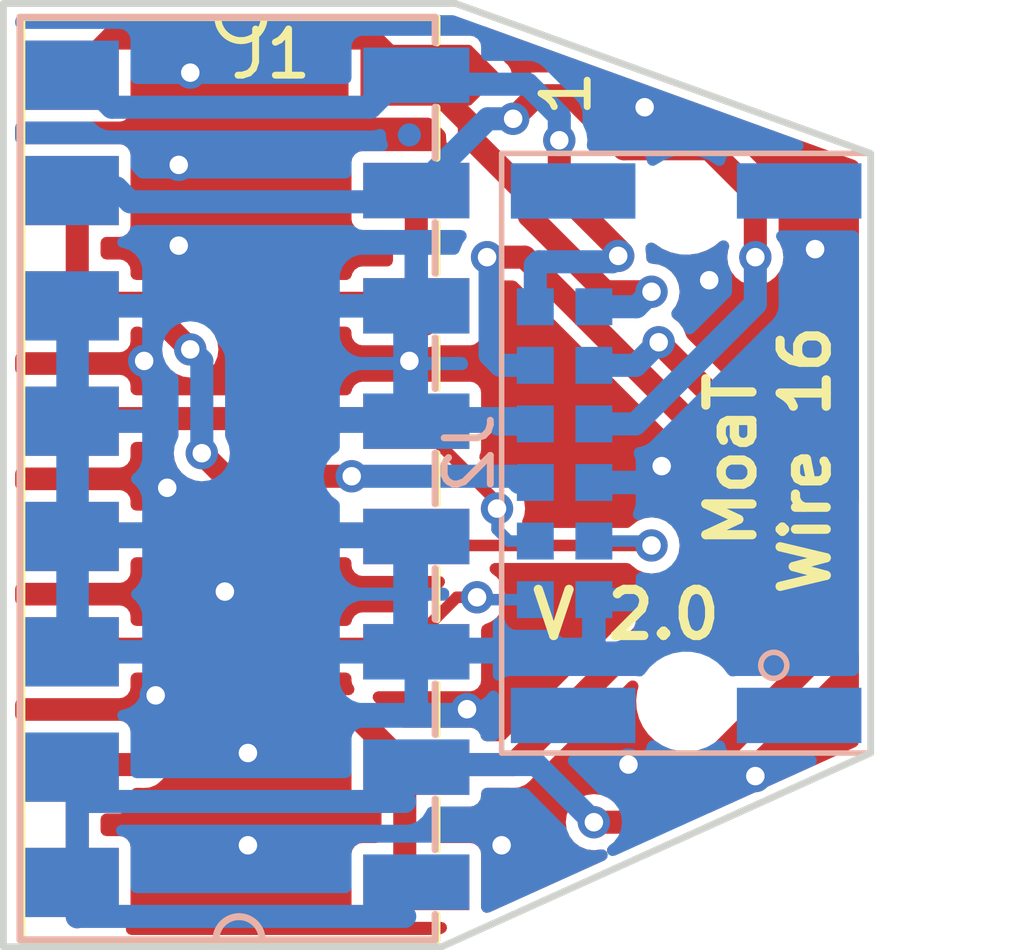
<source format=kicad_pcb>
(kicad_pcb (version 20211014) (generator pcbnew)
  (layers (0 "F.Cu" signal) (31 "B.Cu" signal) (34 "B.Paste" user) (35 "F.Paste" user) (36 "B.SilkS" user "B.Silkscreen") (37 "F.SilkS" user "F.Silkscreen") (38 "B.Mask" user) (39 "F.Mask" user) (44 "Edge.Cuts" user))
  (net 0 "")
  (net 1 "Net-(J1-Pad1)")
  (net 2 "Net-(J1-Pad2)")
  (net 3 "/12V")
  (net 4 "/GND")
  (net 5 "/GNDPWR")
  (net 6 "/24V")
  (net 7 "/Bus2")
  (net 8 "/Bus1")
  (net 9 "/Bus3")
  (net 10 "/5V")
  (footprint "localstuff:Moat_16_2side_HS" (layer "F.Cu") (at 24.4 51.756 -90)
    (fp_text reference "J1" (at -9.206 -0.6) (layer "F.SilkS"))
    (fp_text value "Moat_Wire_8")
    (fp_text user "1" (at -8.356 -7 -90) (layer "F.SilkS"))
    (fp_line (start -3.057933 -4.156824) (end -1.957933 -4.156824) (layer "B.SilkS") (width 0.15))
    (fp_line (start 4.442067 -4.156824) (end 5.542067 -4.156824) (layer "B.SilkS") (width 0.15))
    (fp_line (start -10.007933 -4.156824) (end -9.457933 -4.156824) (layer "B.SilkS") (width 0.15))
    (fp_line (start -0.007933 -4.156824) (end -0.557933 -4.156824) (layer "B.SilkS") (width 0.15))
    (fp_line (start -0.007933 -4.156824) (end 0.542067 -4.156824) (layer "B.SilkS") (width 0.15))
    (fp_line (start 9.992067 -4.156824) (end 9.992067 4.843176) (layer "B.SilkS") (width 0.15))
    (fp_line (start 9.992067 4.843176) (end -0.007933 4.843176) (layer "B.SilkS") (width 0.15))
    (fp_line (start 1.942067 -4.156824) (end 3.042067 -4.156824) (layer "B.SilkS") (width 0.15))
    (fp_line (start -5.557933 -4.156824) (end -4.457933 -4.156824) (layer "B.SilkS") (width 0.15))
    (fp_line (start -8.057933 -4.156824) (end -6.957933 -4.156824) (layer "B.SilkS") (width 0.15))
    (fp_line (start 9.992067 -4.156824) (end 9.442067 -4.156824) (layer "B.SilkS") (width 0.15))
    (fp_line (start -0.007933 4.843176) (end -10.007933 4.843176) (layer "B.SilkS") (width 0.15))
    (fp_line (start 6.942067 -4.156824) (end 8.042067 -4.156824) (layer "B.SilkS") (width 0.15))
    (fp_line (start -10.007933 4.843176) (end -10.007933 -4.156824) (layer "B.SilkS") (width 0.15))
    (fp_arc (start 9.492067 0.093176) (mid 9.638514 -0.260377) (end 9.992067 -0.406824) (layer "B.SilkS") (width 0.15))
    (fp_arc (start 9.992067 0.593176) (mid 9.638514 0.446729) (end 9.492067 0.093176) (layer "B.SilkS") (width 0.15))
    (fp_line (start 3.05 -4.2) (end 1.95 -4.2) (layer "F.SilkS") (width 0.15))
    (fp_line (start 0 -4.2) (end 0.55 -4.2) (layer "F.SilkS") (width 0.15))
    (fp_line (start 10 -4.2) (end 9.45 -4.2) (layer "F.SilkS") (width 0.15))
    (fp_line (start -6.95 -4.2) (end -8.05 -4.2) (layer "F.SilkS") (width 0.15))
    (fp_line (start 8.05 -4.2) (end 6.95 -4.2) (layer "F.SilkS") (width 0.15))
    (fp_line (start -1.95 -4.2) (end -3.05 -4.2) (layer "F.SilkS") (width 0.15))
    (fp_line (start 0 -4.2) (end -0.55 -4.2) (layer "F.SilkS") (width 0.15))
    (fp_line (start 10 4.8) (end 10 -4.2) (layer "F.SilkS") (width 0.15))
    (fp_line (start -4.45 -4.2) (end -5.55 -4.2) (layer "F.SilkS") (width 0.15))
    (fp_line (start -10 -4.2) (end -10 4.8) (layer "F.SilkS") (width 0.15))
    (fp_line (start -10 4.8) (end 0 4.8) (layer "F.SilkS") (width 0.15))
    (fp_line (start 0 4.8) (end 10 4.8) (layer "F.SilkS") (width 0.15))
    (fp_line (start 5.55 -4.2) (end 4.45 -4.2) (layer "F.SilkS") (width 0.15))
    (fp_line (start -10 -4.2) (end -9.45 -4.2) (layer "F.SilkS") (width 0.15))
    (fp_arc (start -9.5 0.05) (mid -9.646447 0.403553) (end -10 0.55) (layer "F.SilkS") (width 0.15))
    (fp_arc (start -10 -0.45) (mid -9.646447 -0.303553) (end -9.5 0.05) (layer "F.SilkS") (width 0.15))
    (pad "1" smd rect (at -8.75 3.8 270) (size 1.5 2.2) (layers "F.Cu" "F.Paste" "F.Mask") (net 1 "Net-(J1-Pad1)"))
    (pad "1" smd custom (at -8.75 -3.75 90) (size 1.2 2.3) (layers "F.Cu" "F.Paste" "F.Mask") (net 1 "Net-(J1-Pad1)") (options (clearance outline) (anchor rect)) (primitives (gr_poly (pts (xy 0.6 1.15) (xy 0 1.75) (xy -0.6 1.15) (xy -0.6 -1.15) (xy 0.6 -1.15)) (width 0.12) (fill yes))))
    (pad "2" smd rect (at -8.75 -3.75 90) (size 1.2 2.3) (layers "B.Cu" "B.Paste" "B.Mask") (net 2 "Net-(J1-Pad2)"))
    (pad "2" smd rect (at -8.75 3.8 90) (size 1.5 2.2) (layers "B.Cu" "B.Paste" "B.Mask") (net 2 "Net-(J1-Pad2)"))
    (pad "3" smd rect (at -6.25 3.8 270) (size 1.5 2.2) (layers "F.Cu" "F.Paste" "F.Mask") (net 10 "/5V"))
    (pad "3" smd rect (at -6.25 -3.75 270) (size 1.2 2.3) (layers "F.Cu" "F.Paste" "F.Mask") (net 10 "/5V"))
    (pad "4" smd rect (at -6.25 -3.75 90) (size 1.2 2.3) (layers "B.Cu" "B.Paste" "B.Mask") (net 3 "/12V"))
    (pad "4" smd rect (at -6.25 3.8 90) (size 1.5 2.2) (layers "B.Cu" "B.Paste" "B.Mask") (net 3 "/12V"))
    (pad "5" smd rect (at -3.75 -3.75 270) (size 1.2 2.3) (layers "F.Cu" "F.Paste" "F.Mask") (net 10 "/5V"))
    (pad "5" smd rect (at -3.75 3.8 270) (size 1.5 2.2) (layers "F.Cu" "F.Paste" "F.Mask") (net 10 "/5V"))
    (pad "6" smd rect (at -3.75 -3.75 90) (size 1.2 2.3) (layers "B.Cu" "B.Paste" "B.Mask") (net 4 "/GND"))
    (pad "6" smd rect (at -3.75 3.8 90) (size 1.5 2.2) (layers "B.Cu" "B.Paste" "B.Mask") (net 4 "/GND"))
    (pad "7" smd rect (at -1.25 3.8 270) (size 1.5 2.2) (layers "F.Cu" "F.Paste" "F.Mask") (net 9 "/Bus3"))
    (pad "7" smd rect (at -1.25 -3.75 270) (size 1.2 2.3) (layers "F.Cu" "F.Paste" "F.Mask") (net 9 "/Bus3"))
    (pad "8" smd rect (at -1.25 -3.75 90) (size 1.2 2.3) (layers "B.Cu" "B.Paste" "B.Mask") (net 4 "/GND"))
    (pad "8" smd rect (at -1.25 3.8 90) (size 1.5 2.2) (layers "B.Cu" "B.Paste" "B.Mask") (net 4 "/GND"))
    (pad "9" smd rect (at 1.25 3.8 270) (size 1.5 2.2) (layers "F.Cu" "F.Paste" "F.Mask") (net 7 "/Bus2"))
    (pad "9" smd rect (at 1.25 -3.75 270) (size 1.2 2.3) (layers "F.Cu" "F.Paste" "F.Mask") (net 7 "/Bus2"))
    (pad "10" smd rect (at 1.25 -3.75 90) (size 1.2 2.3) (layers "B.Cu" "B.Paste" "B.Mask") (net 4 "/GND"))
    (pad "10" smd rect (at 1.25 3.8 90) (size 1.5 2.2) (layers "B.Cu" "B.Paste" "B.Mask") (net 4 "/GND"))
    (pad "11" smd rect (at 3.75 -3.75 270) (size 1.2 2.3) (layers "F.Cu" "F.Paste" "F.Mask") (net 8 "/Bus1"))
    (pad "11" smd rect (at 3.75 3.8 270) (size 1.5 2.2) (layers "F.Cu" "F.Paste" "F.Mask") (net 8 "/Bus1"))
    (pad "12" smd rect (at 3.75 3.8 90) (size 1.5 2.2) (layers "B.Cu" "B.Paste" "B.Mask") (net 4 "/GND"))
    (pad "12" smd rect (at 3.75 -3.75 90) (size 1.2 2.3) (layers "B.Cu" "B.Paste" "B.Mask") (net 4 "/GND"))
    (pad "13" smd rect (at 6.25 3.8 270) (size 1.5 2.2) (layers "F.Cu" "F.Paste" "F.Mask") (net 6 "/24V"))
    (pad "13" smd rect (at 6.25 -3.75 270) (size 1.2 2.3) (layers "F.Cu" "F.Paste" "F.Mask") (net 6 "/24V"))
    (pad "14" smd rect (at 6.25 -3.75 90) (size 1.2 2.3) (layers "B.Cu" "B.Paste" "B.Mask") (net 5 "/GNDPWR"))
    (pad "14" smd rect (at 6.25 3.8 90) (size 1.5 2.2) (layers "B.Cu" "B.Paste" "B.Mask") (net 5 "/GNDPWR"))
    (pad "15" smd rect (at 8.75 3.8 270) (size 1.5 2.2) (layers "F.Cu" "F.Paste" "F.Mask") (net 6 "/24V"))
    (pad "15" smd rect (at 8.75 -3.75 270) (size 1.2 2.3) (layers "F.Cu" "F.Paste" "F.Mask") (net 6 "/24V"))
    (pad "16" smd rect (at 8.742067 -3.75 90) (size 1.2 2.3) (layers "B.Cu" "B.Paste" "B.Mask") (net 5 "/GNDPWR"))
    (pad "16" smd rect (at 8.75 3.8 90) (size 1.5 2.2) (layers "B.Cu" "B.Paste" "B.Mask") (net 5 "/GNDPWR"))
  )
  (footprint "localstuff:MoaT_12_Pin_H" (layer "B.Cu") (at 34 51.2 -90)
    (fp_text reference "J2" (at 0 4.7 90) (layer "B.SilkS") (effects (justify mirror)))
    (fp_text value "Moat_Wire_12")
    (fp_line (start -6.5 4) (end 6.5 4) (layer "B.SilkS") (width 0.12))
    (fp_line (start 6.5 -4) (end 6.5 4) (layer "B.SilkS") (width 0.12))
    (fp_line (start 6.5 -4) (end -6.5 -4) (layer "B.SilkS") (width 0.12))
    (fp_line (start -6.5 -4) (end -6.5 4) (layer "B.SilkS") (width 0.12))
    (fp_circle (center 4.6 -1.9) (end 4.4 -2.1) (layer "B.SilkS") (width 0.12) (fill none))
    (pad "" smd rect (at 5.685 -2.45) (size 2.7 1.2) (layers "B.Cu" "B.Paste" "B.Mask"))
    (pad "" smd rect (at 5.685 2.45) (size 2.7 1.2) (layers "B.Cu" "B.Paste" "B.Mask"))
    (pad "" smd rect (at -5.685 2.45 180) (size 2.7 1.2) (layers "B.Cu" "B.Paste" "B.Mask"))
    (pad "" smd rect (at -5.685 -2.45 180) (size 2.7 1.2) (layers "B.Cu" "B.Paste" "B.Mask"))
    (pad "" np_thru_hole circle (at 5.385 0) (size 1.65 1.65) (drill 1.65) (layers F&B.Cu))
    (pad "" np_thru_hole circle (at -5.385 0 180) (size 1.65 1.65) (drill 1.65) (layers F&B.Cu))
    (pad "1" smd rect locked (at 3.175 2) (size 0.8 0.8) (layers "B.Cu" "B.Paste" "B.Mask") (net 4 "/GND"))
    (pad "2" smd rect locked (at 3.175 3.27) (size 0.8 0.8) (layers "B.Cu" "B.Paste" "B.Mask") (net 8 "/Bus1"))
    (pad "3" smd rect locked (at 1.905 2) (size 0.8 0.8) (layers "B.Cu" "B.Paste" "B.Mask") (net 7 "/Bus2"))
    (pad "4" smd rect locked (at 1.905 3.27) (size 0.8 0.8) (layers "B.Cu" "B.Paste" "B.Mask") (net 9 "/Bus3"))
    (pad "5" smd rect locked (at 0.635 2) (size 0.8 0.8) (layers "B.Cu" "B.Paste" "B.Mask") (net 4 "/GND"))
    (pad "6" smd rect locked (at 0.635 3.27) (size 0.8 0.8) (layers "B.Cu" "B.Paste" "B.Mask") (net 10 "/5V"))
    (pad "7" smd rect locked (at -0.635 2) (size 0.8 0.8) (layers "B.Cu" "B.Paste" "B.Mask") (net 3 "/12V"))
    (pad "8" smd rect locked (at -0.635 3.27) (size 0.8 0.8) (layers "B.Cu" "B.Paste" "B.Mask") (net 4 "/GND"))
    (pad "9" smd rect locked (at -1.905 2) (size 0.8 0.8) (layers "B.Cu" "B.Paste" "B.Mask") (net 5 "/GNDPWR"))
    (pad "10" smd rect locked (at -1.905 3.27) (size 0.8 0.8) (layers "B.Cu" "B.Paste" "B.Mask") (net 6 "/24V"))
    (pad "11" smd rect locked (at -3.175 2) (size 0.8 0.8) (layers "B.Cu" "B.Paste" "B.Mask") (net 1 "Net-(J1-Pad1)"))
    (pad "12" smd rect locked (at -3.175 3.27) (size 0.8 0.8) (layers "B.Cu" "B.Paste" "B.Mask") (net 2 "Net-(J1-Pad2)"))
  )
  (gr_line (start 28.7 61.9) (end 19.2 61.9) (layer "Edge.Cuts") (width 0.15))
  (gr_line (start 38 57.7) (end 28.7 61.9) (layer "Edge.Cuts") (width 0.15))
  (gr_line (start 29 41.45) (end 38 44.7) (layer "Edge.Cuts") (width 0.15))
  (gr_line (start 19.2 41.45) (end 29 41.45) (layer "Edge.Cuts") (width 0.15))
  (gr_line (start 38 44.7) (end 38 57.7) (layer "Edge.Cuts") (width 0.15))
  (gr_line (start 19.2 61.9) (end 19.2 41.45) (layer "Edge.Cuts") (width 0.15))
  (gr_text "V 2.0" (at 32.7 54.7) (layer "F.SilkS") (effects (font (size 1 1) (thickness 0.2))))
  (gr_text "MoaT\nWire 16" (at 35.78 51.348 90) (layer "F.SilkS") (effects (font (size 1 1) (thickness 0.2))))
  (segment (start 28.000001 44.300001) (end 28 44.3) (width 0.5) (layer "B.Cu") (net 0))
  (segment (start 28.2 42.95) (end 29.3 44.05) (width 0.5) (layer "F.Cu") (net 1))
  (segment (start 20.8 42.95) (end 21.55 42.2) (width 0.5) (layer "F.Cu") (net 1))
  (segment (start 27.9 42.95) (end 28.2 42.95) (width 0.5) (layer "F.Cu") (net 1))
  (segment (start 29.3 44.330978) (end 30.60048 45.631458) (width 0.5) (layer "F.Cu") (net 1))
  (segment (start 20.65 42.95) (end 20.95 42.95) (width 0.25) (layer "F.Cu") (net 1))
  (segment (start 32.24478 47.7) (end 33.25 47.7) (width 0.5) (layer "F.Cu") (net 1))
  (segment (start 30.60048 46.0557) (end 32.24478 47.7) (width 0.5) (layer "F.Cu") (net 1))
  (segment (start 30.60048 45.631458) (end 30.60048 46.0557) (width 0.5) (layer "F.Cu") (net 1))
  (segment (start 27.9 42.95) (end 27.9 43.3) (width 0.5) (layer "F.Cu") (net 1))
  (segment (start 27.15 42.2) (end 27.9 42.95) (width 0.5) (layer "F.Cu") (net 1))
  (segment (start 21.55 42.2) (end 27.15 42.2) (width 0.5) (layer "F.Cu") (net 1))
  (segment (start 29.3 44.05) (end 29.3 44.330978) (width 0.5) (layer "F.Cu") (net 1))
  (via (at 33.25 47.7) (size 0.7) (drill 0.4) (layers "F.Cu" "B.Cu") (net 1))
  (segment (start 32.925 48.025) (end 33.25 47.7) (width 0.5) (layer "B.Cu") (net 1))
  (segment (start 32 48.025) (end 32.925 48.025) (width 0.5) (layer "B.Cu") (net 1))
  (segment (start 31.25 44.415498) (end 31.25 45.503844) (width 0.5) (layer "F.Cu") (net 2))
  (segment (start 32.527375 46.781219) (end 32.527375 46.922625) (width 0.5) (layer "F.Cu") (net 2))
  (segment (start 31.25 45.503844) (end 32.527375 46.781219) (width 0.5) (layer "F.Cu") (net 2))
  (via (at 32.527375 46.922625) (size 0.7) (drill 0.4) (layers "F.Cu" "B.Cu") (net 2))
  (via (at 31.25 44.415498) (size 0.7) (drill 0.4) (layers "F.Cu" "B.Cu") (net 2))
  (segment (start 30.73 48.025) (end 30.73 47.125) (width 0.5) (layer "B.Cu") (net 2))
  (segment (start 30.804511 47.050489) (end 32.399511 47.050489) (width 0.5) (layer "B.Cu") (net 2))
  (segment (start 32.399511 47.050489) (end 32.527375 46.922625) (width 0.5) (layer "B.Cu") (net 2))
  (segment (start 21.55 43.7) (end 27.15 43.7) (width 0.5) (layer "B.Cu") (net 2))
  (segment (start 30.73 47.125) (end 30.804511 47.050489) (width 0.5) (layer "B.Cu") (net 2))
  (segment (start 31.25 43.890044) (end 31.25 44.415498) (width 0.5) (layer "B.Cu") (net 2))
  (segment (start 20.8 42.95) (end 21.55 43.7) (width 0.5) (layer "B.Cu") (net 2))
  (segment (start 27.649511 43.200489) (end 30.560445 43.200489) (width 0.5) (layer "B.Cu") (net 2))
  (segment (start 27.15 43.7) (end 27.649511 43.200489) (width 0.5) (layer "B.Cu") (net 2))
  (segment (start 30.560445 43.200489) (end 31.25 43.890044) (width 0.5) (layer "B.Cu") (net 2))
  (segment (start 34.5 44.6) (end 35.5 45.6) (width 0.5) (layer "F.Cu") (net 3))
  (segment (start 31.5 43.45) (end 32.65 44.6) (width 0.5) (layer "F.Cu") (net 3))
  (segment (start 30.75 43.45) (end 31.5 43.45) (width 0.5) (layer "F.Cu") (net 3))
  (segment (start 35.5 45.6) (end 35.5 46.95) (width 0.5) (layer "F.Cu") (net 3))
  (segment (start 32.65 44.6) (end 34.5 44.6) (width 0.5) (layer "F.Cu") (net 3))
  (segment (start 30.25 43.95) (end 30.75 43.45) (width 0.5) (layer "F.Cu") (net 3))
  (via (at 30.25 43.95) (size 0.7) (drill 0.4) (layers "F.Cu" "B.Cu") (net 3))
  (via (at 35.5 46.95) (size 0.7) (drill 0.4) (layers "F.Cu" "B.Cu") (net 3))
  (segment (start 29.7 43.95) (end 28.2 45.45) (width 0.5) (layer "B.Cu") (net 3))
  (segment (start 21.65 45.45) (end 21.950001 45.750001) (width 0.5) (layer "B.Cu") (net 3))
  (segment (start 30.25 43.95) (end 29.7 43.95) (width 0.5) (layer "B.Cu") (net 3))
  (segment (start 20.65 45.45) (end 21.65 45.45) (width 0.5) (layer "B.Cu") (net 3))
  (segment (start 35.5 47.965) (end 35.5 46.95) (width 0.5) (layer "B.Cu") (net 3))
  (segment (start 32 50.565) (end 32.9 50.565) (width 0.5) (layer "B.Cu") (net 3))
  (segment (start 28.2 45.45) (end 27.9 45.45) (width 0.5) (layer "B.Cu") (net 3))
  (segment (start 27.849999 45.750001) (end 28.15 45.45) (width 0.5) (layer "B.Cu") (net 3))
  (segment (start 21.950001 45.750001) (end 27.849999 45.750001) (width 0.5) (layer "B.Cu") (net 3))
  (segment (start 20.8 45.75) (end 21.050002 46.000002) (width 0.5) (layer "B.Cu") (net 3))
  (segment (start 32.9 50.565) (end 35.5 47.965) (width 0.5) (layer "B.Cu") (net 3))
  (segment (start 33.470023 51.479977) (end 31.190046 49.2) (width 0.5) (layer "F.Cu") (net 4))
  (segment (start 31.190046 49.2) (end 28 49.2) (width 0.5) (layer "F.Cu") (net 4))
  (via (at 24 54.2) (size 0.7) (drill 0.4) (layers "F.Cu" "B.Cu") (net 4))
  (via (at 23 46.7) (size 0.7) (drill 0.4) (layers "F.Cu" "B.Cu") (net 4))
  (via (at 28 49.2) (size 0.7) (drill 0.4) (layers "F.Cu" "B.Cu") (net 4))
  (via (at 23.25 42.95) (size 0.7) (drill 0.4) (layers "F.Cu" "B.Cu") (net 4))
  (via (at 23 44.95) (size 0.7) (drill 0.4) (layers "F.Cu" "B.Cu") (net 4))
  (via (at 22.5 56.45) (size 0.7) (drill 0.4) (layers "F.Cu" "B.Cu") (net 4))
  (via (at 32.75 57.95) (size 0.7) (drill 0.4) (layers "F.Cu" "B.Cu") (net 4))
  (via (at 24.5 57.7) (size 0.7) (drill 0.4) (layers "F.Cu" "B.Cu") (net 4))
  (via (at 22.75 51.95) (size 0.7) (drill 0.4) (layers "F.Cu" "B.Cu") (net 4))
  (via (at 29.25 56.75) (size 0.7) (drill 0.4) (layers "F.Cu" "B.Cu") (net 4))
  (via (at 33.470023 51.479977) (size 0.7) (drill 0.4) (layers "F.Cu" "B.Cu") (net 4))
  (via (at 22.25 49.2) (size 0.7) (drill 0.4) (layers "F.Cu" "B.Cu") (net 4))
  (via (at 24.5 59.7) (size 0.7) (drill 0.4) (layers "F.Cu" "B.Cu") (net 4))
  (via (at 35.5 58.2) (size 0.7) (drill 0.4) (layers "F.Cu" "B.Cu") (net 4))
  (via (at 33.1 43.7) (size 0.7) (drill 0.4) (layers "F.Cu" "B.Cu") (net 4))
  (via (at 34.5 47.45) (size 0.7) (drill 0.4) (layers "F.Cu" "B.Cu") (net 4))
  (via (at 30 59.7) (size 0.7) (drill 0.4) (layers "F.Cu" "B.Cu") (net 4))
  (via (at 36.796 46.776) (size 0.7) (drill 0.4) (layers "F.Cu" "B.Cu") (net 4))
  (segment (start 31.825 55.45) (end 27.9 55.45) (width 0.5) (layer "B.Cu") (net 4))
  (segment (start 27.85 50.8) (end 27.9 50.75) (width 0.5) (layer "B.Cu") (net 4))
  (segment (start 27.9 53.25) (end 27.85 53.2) (width 0.5) (layer "B.Cu") (net 4))
  (segment (start 27.9 49.3) (end 28 49.2) (width 0.5) (layer "B.Cu") (net 4))
  (segment (start 27.9 50.75) (end 27.9 49.3) (width 0.5) (layer "B.Cu") (net 4))
  (segment (start 20.8 52.95) (end 20.8 55.45) (width 0.5) (layer "B.Cu") (net 4))
  (segment (start 25.2 51.75) (end 24 52.95) (width 0.5) (layer "B.Cu") (net 4))
  (segment (start 30.615 50.45) (end 27.9 50.45) (width 0.5) (layer "B.Cu") (net 4))
  (segment (start 20.8 50.45) (end 20.8 52.95) (width 0.5) (layer "B.Cu") (net 4))
  (segment (start 27.9 52.95) (end 24 52.95) (width 0.5) (layer "B.Cu") (net 4))
  (segment (start 32 54.375) (end 32 55.275) (width 0.5) (layer "B.Cu") (net 4))
  (segment (start 27.9 49.3) (end 27.9 48.25) (width 0.5) (layer "B.Cu") (net 4))
  (segment (start 30.73 50.565) (end 30.615 50.45) (width 0.5) (layer "B.Cu") (net 4))
  (segment (start 27.9 50.45) (end 26.45 50.45) (width 0.5) (layer "B.Cu") (net 4))
  (segment (start 27.9 52.95) (end 27.9 55.45) (width 0.5) (layer "B.Cu") (net 4))
  (segment (start 25.2 51.7) (end 25.2 51.75) (width 0.5) (layer "B.Cu") (net 4))
  (segment (start 32 51.835) (end 33.115 51.835) (width 0.5) (layer "B.Cu") (net 4))
  (segment (start 32 55.275) (end 31.825 55.45) (width 0.5) (layer "B.Cu") (net 4))
  (segment (start 24 52.95) (end 20.8 52.95) (width 0.5) (layer "B.Cu") (net 4))
  (segment (start 20.8 47.95) (end 20.8 50.45) (width 0.5) (layer "B.Cu") (net 4))
  (segment (start 26.45 50.45) (end 25.2 51.7) (width 0.5) (layer "B.Cu") (net 4))
  (segment (start 33.115 51.835) (end 33.470023 51.479977) (width 0.5) (layer "B.Cu") (net 4))
  (segment (start 37 55.45) (end 37 52.390046) (width 0.5) (layer "F.Cu") (net 5))
  (segment (start 33.25 59.2) (end 37 55.45) (width 0.5) (layer "F.Cu") (net 5))
  (segment (start 32 59.2) (end 33.25 59.2) (width 0.5) (layer "F.Cu") (net 5))
  (segment (start 37 52.390046) (end 33.404977 48.795023) (width 0.5) (layer "F.Cu") (net 5))
  (via (at 32 59.2) (size 0.7) (drill 0.4) (layers "F.Cu" "B.Cu") (net 5))
  (via (at 33.404977 48.795023) (size 0.7) (drill 0.4) (layers "F.Cu" "B.Cu") (net 5))
  (segment (start 20.807933 61.242067) (end 20.8 61.25) (width 0.5) (layer "B.Cu") (net 5))
  (segment (start 27.9 61.242067) (end 20.807933 61.242067) (width 0.5) (layer "B.Cu") (net 5))
  (segment (start 20.8 58.75) (end 20.8 61.25) (width 0.5) (layer "B.Cu") (net 5))
  (segment (start 20.8 58.75) (end 27.9 58.75) (width 0.5) (layer "B.Cu") (net 5))
  (segment (start 32.905 49.295) (end 33.404977 48.795023) (width 0.5) (layer "B.Cu") (net 5))
  (segment (start 27.9 57.95) (end 30.75 57.95) (width 0.5) (layer "B.Cu") (net 5))
  (segment (start 30.75 57.95) (end 32 59.2) (width 0.5) (layer "B.Cu") (net 5))
  (segment (start 32 49.295) (end 32.905 49.295) (width 0.5) (layer "B.Cu") (net 5))
  (segment (start 27.9 58.25) (end 28.55 58.25) (width 0.5) (layer "F.Cu") (net 6))
  (segment (start 34.75 53.45) (end 30.25 57.95) (width 0.5) (layer "F.Cu") (net 6))
  (segment (start 34.75 51.2) (end 34.75 53.45) (width 0.5) (layer "F.Cu") (net 6))
  (segment (start 22.25 57.95) (end 20.8 57.95) (width 0.5) (layer "F.Cu") (net 6))
  (segment (start 20.8 57.95) (end 20.8 60.45) (width 0.5) (layer "F.Cu") (net 6))
  (segment (start 26.9 56.95) (end 23.25 56.95) (width 0.5) (layer "F.Cu") (net 6))
  (segment (start 23.25 56.95) (end 22.25 57.95) (width 0.5) (layer "F.Cu") (net 6))
  (segment (start 29.684 46.95) (end 30.5 46.95) (width 0.5) (layer "F.Cu") (net 6))
  (segment (start 30.5 46.95) (end 34.75 51.2) (width 0.5) (layer "F.Cu") (net 6))
  (segment (start 27.9 57.95) (end 27.9 60.45) (width 0.5) (layer "F.Cu") (net 6))
  (segment (start 30.25 57.95) (end 27.9 57.95) (width 0.5) (layer "F.Cu") (net 6))
  (segment (start 27.9 57.95) (end 26.9 56.95) (width 0.5) (layer "F.Cu") (net 6))
  (via (at 29.684 46.95) (size 0.7) (drill 0.4) (layers "F.Cu" "B.Cu") (net 6))
  (segment (start 29.684 46.95) (end 29.75 47.016) (width 0.5) (layer "B.Cu") (net 6))
  (segment (start 29.975511 49.295) (end 30.73 49.295) (width 0.5) (layer "B.Cu") (net 6))
  (segment (start 29.75 49.069489) (end 29.975511 49.295) (width 0.5) (layer "B.Cu") (net 6))
  (segment (start 29.75 47.016) (end 29.75 49.069489) (width 0.5) (layer "B.Cu") (net 6))
  (segment (start 33.25 53.2) (end 28.15 53.2) (width 0.25) (layer "F.Cu") (net 7))
  (segment (start 28.15 53.2) (end 27.9 52.95) (width 0.25) (layer "F.Cu") (net 7))
  (segment (start 20.8 52.95) (end 22.2 52.95) (width 0.5) (layer "F.Cu") (net 7))
  (segment (start 22.2 52.95) (end 27.9 52.95) (width 0.5) (layer "F.Cu") (net 7))
  (via (at 33.25 53.2) (size 0.7) (drill 0.4) (layers "F.Cu" "B.Cu") (net 7))
  (segment (start 32 53.105) (end 33.155 53.105) (width 0.25) (layer "B.Cu") (net 7))
  (segment (start 33.155 53.105) (end 33.25 53.2) (width 0.25) (layer "B.Cu") (net 7))
  (segment (start 20.8 55.45) (end 22.2 55.45) (width 0.5) (layer "F.Cu") (net 8))
  (segment (start 29.026356 54.323644) (end 29.467303 54.323644) (width 0.25) (layer "F.Cu") (net 8))
  (segment (start 27.9 55.45) (end 29.026356 54.323644) (width 0.25) (layer "F.Cu") (net 8))
  (segment (start 22.2 55.45) (end 27.9 55.45) (width 0.5) (layer "F.Cu") (net 8))
  (via (at 29.467303 54.323644) (size 0.7) (drill 0.4) (layers "F.Cu" "B.Cu") (net 8))
  (segment (start 29.518659 54.375) (end 29.467303 54.323644) (width 0.25) (layer "B.Cu") (net 8))
  (segment (start 30.73 54.375) (end 29.518659 54.375) (width 0.25) (layer "B.Cu") (net 8))
  (segment (start 20.8 50.45) (end 27.9 50.45) (width 0.5) (layer "F.Cu") (net 9))
  (segment (start 29.9 52.4) (end 29.9 52.256) (width 0.25) (layer "F.Cu") (net 9))
  (segment (start 29.9 52.256) (end 28.15 50.506) (width 0.25) (layer "F.Cu") (net 9))
  (segment (start 27.9 50.45) (end 27.85 50.45) (width 0.5) (layer "F.Cu") (net 9))
  (segment (start 28.2 50.75) (end 27.9 50.75) (width 0.25) (layer "F.Cu") (net 9))
  (segment (start 27.9 50.45) (end 27.9 50.8495) (width 0.25) (layer "F.Cu") (net 9))
  (via (at 29.9 52.4) (size 0.7) (drill 0.4) (layers "F.Cu" "B.Cu") (net 9))
  (segment (start 29.9 52.4) (end 29.9 52.8495) (width 0.25) (layer "B.Cu") (net 9))
  (segment (start 30.73 53.105) (end 30.1555 53.105) (width 0.25) (layer "B.Cu") (net 9))
  (segment (start 29.9 52.8495) (end 30.1555 53.105) (width 0.25) (layer "B.Cu") (net 9))
  (segment (start 28.15 47.95) (end 28.15 45.45) (width 0.5) (layer "F.Cu") (net 10))
  (segment (start 28.15 47.95) (end 22.75 47.95) (width 0.5) (layer "F.Cu") (net 10))
  (segment (start 20.8 45.75) (end 20.8 48.25) (width 0.5) (layer "F.Cu") (net 10))
  (segment (start 28.35 48.4) (end 27.9 47.95) (width 0.5) (layer "F.Cu") (net 10))
  (segment (start 26.75 51.7) (end 24 51.7) (width 0.5) (layer "F.Cu") (net 10))
  (segment (start 22.75 47.95) (end 20.65 47.95) (width 0.5) (layer "F.Cu") (net 10))
  (segment (start 22.75 48.45) (end 23.25 48.95) (width 0.5) (layer "F.Cu") (net 10))
  (segment (start 24 51.7) (end 23.5 51.2) (width 0.5) (layer "F.Cu") (net 10))
  (segment (start 22.75 47.95) (end 22.75 48.45) (width 0.5) (layer "F.Cu") (net 10))
  (via (at 23.5 51.2) (size 0.7) (drill 0.4) (layers "F.Cu" "B.Cu") (net 10))
  (via (at 23.25 48.95) (size 0.7) (drill 0.4) (layers "F.Cu" "B.Cu") (net 10))
  (via (at 26.75 51.7) (size 0.7) (drill 0.4) (layers "F.Cu" "B.Cu") (net 10))
  (segment (start 30.385 51.835) (end 30.25 51.7) (width 0.5) (layer "B.Cu") (net 10))
  (segment (start 30.25 51.7) (end 26.75 51.7) (width 0.5) (layer "B.Cu") (net 10))
  (segment (start 23.5 51.2) (end 23.5 49.2) (width 0.5) (layer "B.Cu") (net 10))
  (segment (start 23.5 49.2) (end 23.25 48.95) (width 0.5) (layer "B.Cu") (net 10))
  (segment (start 30.73 51.835) (end 30.385 51.835) (width 0.5) (layer "B.Cu") (net 10))
  (zone (net 4) (net_name "/GND") (layers F&B.Cu) (connect_pads (clearance 0.254)) (min_thickness 0.254) (fill yes (thermal_gap 0.508) (thermal_bridge_width 0.508))
    (polygon (pts (xy 37.75 44.7) (xy 37.75 57.7) (xy 28.75 61.7) (xy 19.25 61.7) (xy 19.25 41.45) (xy 29 41.45)))
  )
)
</source>
